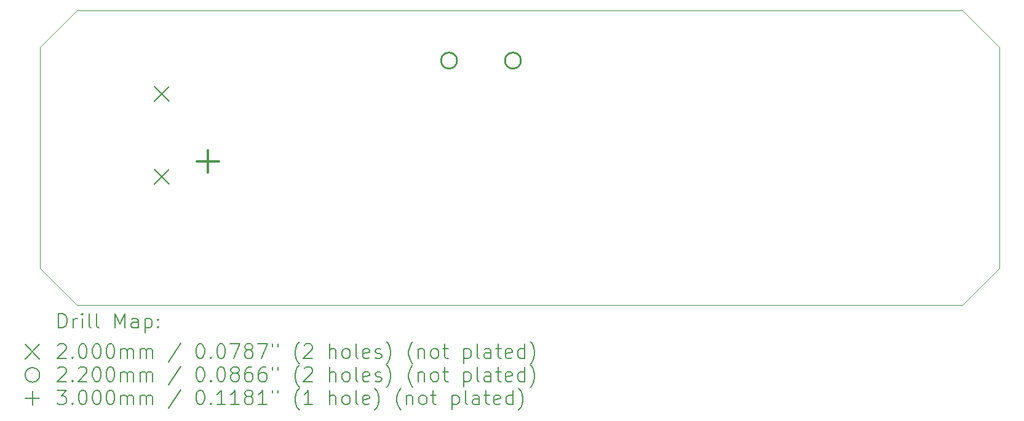
<source format=gbr>
%TF.GenerationSoftware,KiCad,Pcbnew,8.0.2*%
%TF.CreationDate,2024-08-20T22:37:47-04:00*%
%TF.ProjectId,plugnslay,706c7567-6e73-46c6-9179-2e6b69636164,rev?*%
%TF.SameCoordinates,Original*%
%TF.FileFunction,Drillmap*%
%TF.FilePolarity,Positive*%
%FSLAX45Y45*%
G04 Gerber Fmt 4.5, Leading zero omitted, Abs format (unit mm)*
G04 Created by KiCad (PCBNEW 8.0.2) date 2024-08-20 22:37:47*
%MOMM*%
%LPD*%
G01*
G04 APERTURE LIST*
%ADD10C,0.100000*%
%ADD11C,0.200000*%
%ADD12C,0.220000*%
%ADD13C,0.300000*%
G04 APERTURE END LIST*
D10*
X20066000Y-8382000D02*
X20574000Y-8890000D01*
X20574000Y-8890000D02*
X20574000Y-11938000D01*
X20574000Y-11938000D02*
X20066000Y-12446000D01*
X20066000Y-12446000D02*
X7874000Y-12446000D01*
X7874000Y-8382000D02*
X20066000Y-8382000D01*
X7874000Y-12446000D02*
X7366000Y-11938000D01*
X7366000Y-11938000D02*
X7366000Y-8890000D01*
X7366000Y-8890000D02*
X7874000Y-8382000D01*
D11*
X8942400Y-9434800D02*
X9142400Y-9634800D01*
X9142400Y-9434800D02*
X8942400Y-9634800D01*
X8942400Y-10577800D02*
X9142400Y-10777800D01*
X9142400Y-10577800D02*
X8942400Y-10777800D01*
D12*
X13106600Y-9074400D02*
G75*
G02*
X12886600Y-9074400I-110000J0D01*
G01*
X12886600Y-9074400D02*
G75*
G02*
X13106600Y-9074400I110000J0D01*
G01*
X13986600Y-9074400D02*
G75*
G02*
X13766600Y-9074400I-110000J0D01*
G01*
X13766600Y-9074400D02*
G75*
G02*
X13986600Y-9074400I110000J0D01*
G01*
D13*
X9677400Y-10314800D02*
X9677400Y-10614800D01*
X9527400Y-10464800D02*
X9827400Y-10464800D01*
D11*
X7621777Y-12762484D02*
X7621777Y-12562484D01*
X7621777Y-12562484D02*
X7669396Y-12562484D01*
X7669396Y-12562484D02*
X7697967Y-12572008D01*
X7697967Y-12572008D02*
X7717015Y-12591055D01*
X7717015Y-12591055D02*
X7726539Y-12610103D01*
X7726539Y-12610103D02*
X7736062Y-12648198D01*
X7736062Y-12648198D02*
X7736062Y-12676769D01*
X7736062Y-12676769D02*
X7726539Y-12714865D01*
X7726539Y-12714865D02*
X7717015Y-12733912D01*
X7717015Y-12733912D02*
X7697967Y-12752960D01*
X7697967Y-12752960D02*
X7669396Y-12762484D01*
X7669396Y-12762484D02*
X7621777Y-12762484D01*
X7821777Y-12762484D02*
X7821777Y-12629150D01*
X7821777Y-12667246D02*
X7831301Y-12648198D01*
X7831301Y-12648198D02*
X7840824Y-12638674D01*
X7840824Y-12638674D02*
X7859872Y-12629150D01*
X7859872Y-12629150D02*
X7878920Y-12629150D01*
X7945586Y-12762484D02*
X7945586Y-12629150D01*
X7945586Y-12562484D02*
X7936062Y-12572008D01*
X7936062Y-12572008D02*
X7945586Y-12581531D01*
X7945586Y-12581531D02*
X7955110Y-12572008D01*
X7955110Y-12572008D02*
X7945586Y-12562484D01*
X7945586Y-12562484D02*
X7945586Y-12581531D01*
X8069396Y-12762484D02*
X8050348Y-12752960D01*
X8050348Y-12752960D02*
X8040824Y-12733912D01*
X8040824Y-12733912D02*
X8040824Y-12562484D01*
X8174158Y-12762484D02*
X8155110Y-12752960D01*
X8155110Y-12752960D02*
X8145586Y-12733912D01*
X8145586Y-12733912D02*
X8145586Y-12562484D01*
X8402729Y-12762484D02*
X8402729Y-12562484D01*
X8402729Y-12562484D02*
X8469396Y-12705341D01*
X8469396Y-12705341D02*
X8536063Y-12562484D01*
X8536063Y-12562484D02*
X8536063Y-12762484D01*
X8717015Y-12762484D02*
X8717015Y-12657722D01*
X8717015Y-12657722D02*
X8707491Y-12638674D01*
X8707491Y-12638674D02*
X8688444Y-12629150D01*
X8688444Y-12629150D02*
X8650348Y-12629150D01*
X8650348Y-12629150D02*
X8631301Y-12638674D01*
X8717015Y-12752960D02*
X8697967Y-12762484D01*
X8697967Y-12762484D02*
X8650348Y-12762484D01*
X8650348Y-12762484D02*
X8631301Y-12752960D01*
X8631301Y-12752960D02*
X8621777Y-12733912D01*
X8621777Y-12733912D02*
X8621777Y-12714865D01*
X8621777Y-12714865D02*
X8631301Y-12695817D01*
X8631301Y-12695817D02*
X8650348Y-12686293D01*
X8650348Y-12686293D02*
X8697967Y-12686293D01*
X8697967Y-12686293D02*
X8717015Y-12676769D01*
X8812253Y-12629150D02*
X8812253Y-12829150D01*
X8812253Y-12638674D02*
X8831301Y-12629150D01*
X8831301Y-12629150D02*
X8869396Y-12629150D01*
X8869396Y-12629150D02*
X8888444Y-12638674D01*
X8888444Y-12638674D02*
X8897967Y-12648198D01*
X8897967Y-12648198D02*
X8907491Y-12667246D01*
X8907491Y-12667246D02*
X8907491Y-12724388D01*
X8907491Y-12724388D02*
X8897967Y-12743436D01*
X8897967Y-12743436D02*
X8888444Y-12752960D01*
X8888444Y-12752960D02*
X8869396Y-12762484D01*
X8869396Y-12762484D02*
X8831301Y-12762484D01*
X8831301Y-12762484D02*
X8812253Y-12752960D01*
X8993205Y-12743436D02*
X9002729Y-12752960D01*
X9002729Y-12752960D02*
X8993205Y-12762484D01*
X8993205Y-12762484D02*
X8983682Y-12752960D01*
X8983682Y-12752960D02*
X8993205Y-12743436D01*
X8993205Y-12743436D02*
X8993205Y-12762484D01*
X8993205Y-12638674D02*
X9002729Y-12648198D01*
X9002729Y-12648198D02*
X8993205Y-12657722D01*
X8993205Y-12657722D02*
X8983682Y-12648198D01*
X8983682Y-12648198D02*
X8993205Y-12638674D01*
X8993205Y-12638674D02*
X8993205Y-12657722D01*
X7161000Y-12991000D02*
X7361000Y-13191000D01*
X7361000Y-12991000D02*
X7161000Y-13191000D01*
X7612253Y-13001531D02*
X7621777Y-12992008D01*
X7621777Y-12992008D02*
X7640824Y-12982484D01*
X7640824Y-12982484D02*
X7688443Y-12982484D01*
X7688443Y-12982484D02*
X7707491Y-12992008D01*
X7707491Y-12992008D02*
X7717015Y-13001531D01*
X7717015Y-13001531D02*
X7726539Y-13020579D01*
X7726539Y-13020579D02*
X7726539Y-13039627D01*
X7726539Y-13039627D02*
X7717015Y-13068198D01*
X7717015Y-13068198D02*
X7602729Y-13182484D01*
X7602729Y-13182484D02*
X7726539Y-13182484D01*
X7812253Y-13163436D02*
X7821777Y-13172960D01*
X7821777Y-13172960D02*
X7812253Y-13182484D01*
X7812253Y-13182484D02*
X7802729Y-13172960D01*
X7802729Y-13172960D02*
X7812253Y-13163436D01*
X7812253Y-13163436D02*
X7812253Y-13182484D01*
X7945586Y-12982484D02*
X7964634Y-12982484D01*
X7964634Y-12982484D02*
X7983682Y-12992008D01*
X7983682Y-12992008D02*
X7993205Y-13001531D01*
X7993205Y-13001531D02*
X8002729Y-13020579D01*
X8002729Y-13020579D02*
X8012253Y-13058674D01*
X8012253Y-13058674D02*
X8012253Y-13106293D01*
X8012253Y-13106293D02*
X8002729Y-13144388D01*
X8002729Y-13144388D02*
X7993205Y-13163436D01*
X7993205Y-13163436D02*
X7983682Y-13172960D01*
X7983682Y-13172960D02*
X7964634Y-13182484D01*
X7964634Y-13182484D02*
X7945586Y-13182484D01*
X7945586Y-13182484D02*
X7926539Y-13172960D01*
X7926539Y-13172960D02*
X7917015Y-13163436D01*
X7917015Y-13163436D02*
X7907491Y-13144388D01*
X7907491Y-13144388D02*
X7897967Y-13106293D01*
X7897967Y-13106293D02*
X7897967Y-13058674D01*
X7897967Y-13058674D02*
X7907491Y-13020579D01*
X7907491Y-13020579D02*
X7917015Y-13001531D01*
X7917015Y-13001531D02*
X7926539Y-12992008D01*
X7926539Y-12992008D02*
X7945586Y-12982484D01*
X8136062Y-12982484D02*
X8155110Y-12982484D01*
X8155110Y-12982484D02*
X8174158Y-12992008D01*
X8174158Y-12992008D02*
X8183682Y-13001531D01*
X8183682Y-13001531D02*
X8193205Y-13020579D01*
X8193205Y-13020579D02*
X8202729Y-13058674D01*
X8202729Y-13058674D02*
X8202729Y-13106293D01*
X8202729Y-13106293D02*
X8193205Y-13144388D01*
X8193205Y-13144388D02*
X8183682Y-13163436D01*
X8183682Y-13163436D02*
X8174158Y-13172960D01*
X8174158Y-13172960D02*
X8155110Y-13182484D01*
X8155110Y-13182484D02*
X8136062Y-13182484D01*
X8136062Y-13182484D02*
X8117015Y-13172960D01*
X8117015Y-13172960D02*
X8107491Y-13163436D01*
X8107491Y-13163436D02*
X8097967Y-13144388D01*
X8097967Y-13144388D02*
X8088443Y-13106293D01*
X8088443Y-13106293D02*
X8088443Y-13058674D01*
X8088443Y-13058674D02*
X8097967Y-13020579D01*
X8097967Y-13020579D02*
X8107491Y-13001531D01*
X8107491Y-13001531D02*
X8117015Y-12992008D01*
X8117015Y-12992008D02*
X8136062Y-12982484D01*
X8326539Y-12982484D02*
X8345586Y-12982484D01*
X8345586Y-12982484D02*
X8364634Y-12992008D01*
X8364634Y-12992008D02*
X8374158Y-13001531D01*
X8374158Y-13001531D02*
X8383682Y-13020579D01*
X8383682Y-13020579D02*
X8393205Y-13058674D01*
X8393205Y-13058674D02*
X8393205Y-13106293D01*
X8393205Y-13106293D02*
X8383682Y-13144388D01*
X8383682Y-13144388D02*
X8374158Y-13163436D01*
X8374158Y-13163436D02*
X8364634Y-13172960D01*
X8364634Y-13172960D02*
X8345586Y-13182484D01*
X8345586Y-13182484D02*
X8326539Y-13182484D01*
X8326539Y-13182484D02*
X8307491Y-13172960D01*
X8307491Y-13172960D02*
X8297967Y-13163436D01*
X8297967Y-13163436D02*
X8288443Y-13144388D01*
X8288443Y-13144388D02*
X8278920Y-13106293D01*
X8278920Y-13106293D02*
X8278920Y-13058674D01*
X8278920Y-13058674D02*
X8288443Y-13020579D01*
X8288443Y-13020579D02*
X8297967Y-13001531D01*
X8297967Y-13001531D02*
X8307491Y-12992008D01*
X8307491Y-12992008D02*
X8326539Y-12982484D01*
X8478920Y-13182484D02*
X8478920Y-13049150D01*
X8478920Y-13068198D02*
X8488444Y-13058674D01*
X8488444Y-13058674D02*
X8507491Y-13049150D01*
X8507491Y-13049150D02*
X8536063Y-13049150D01*
X8536063Y-13049150D02*
X8555110Y-13058674D01*
X8555110Y-13058674D02*
X8564634Y-13077722D01*
X8564634Y-13077722D02*
X8564634Y-13182484D01*
X8564634Y-13077722D02*
X8574158Y-13058674D01*
X8574158Y-13058674D02*
X8593205Y-13049150D01*
X8593205Y-13049150D02*
X8621777Y-13049150D01*
X8621777Y-13049150D02*
X8640825Y-13058674D01*
X8640825Y-13058674D02*
X8650348Y-13077722D01*
X8650348Y-13077722D02*
X8650348Y-13182484D01*
X8745586Y-13182484D02*
X8745586Y-13049150D01*
X8745586Y-13068198D02*
X8755110Y-13058674D01*
X8755110Y-13058674D02*
X8774158Y-13049150D01*
X8774158Y-13049150D02*
X8802729Y-13049150D01*
X8802729Y-13049150D02*
X8821777Y-13058674D01*
X8821777Y-13058674D02*
X8831301Y-13077722D01*
X8831301Y-13077722D02*
X8831301Y-13182484D01*
X8831301Y-13077722D02*
X8840825Y-13058674D01*
X8840825Y-13058674D02*
X8859872Y-13049150D01*
X8859872Y-13049150D02*
X8888444Y-13049150D01*
X8888444Y-13049150D02*
X8907491Y-13058674D01*
X8907491Y-13058674D02*
X8917015Y-13077722D01*
X8917015Y-13077722D02*
X8917015Y-13182484D01*
X9307491Y-12972960D02*
X9136063Y-13230103D01*
X9564634Y-12982484D02*
X9583682Y-12982484D01*
X9583682Y-12982484D02*
X9602729Y-12992008D01*
X9602729Y-12992008D02*
X9612253Y-13001531D01*
X9612253Y-13001531D02*
X9621777Y-13020579D01*
X9621777Y-13020579D02*
X9631301Y-13058674D01*
X9631301Y-13058674D02*
X9631301Y-13106293D01*
X9631301Y-13106293D02*
X9621777Y-13144388D01*
X9621777Y-13144388D02*
X9612253Y-13163436D01*
X9612253Y-13163436D02*
X9602729Y-13172960D01*
X9602729Y-13172960D02*
X9583682Y-13182484D01*
X9583682Y-13182484D02*
X9564634Y-13182484D01*
X9564634Y-13182484D02*
X9545587Y-13172960D01*
X9545587Y-13172960D02*
X9536063Y-13163436D01*
X9536063Y-13163436D02*
X9526539Y-13144388D01*
X9526539Y-13144388D02*
X9517015Y-13106293D01*
X9517015Y-13106293D02*
X9517015Y-13058674D01*
X9517015Y-13058674D02*
X9526539Y-13020579D01*
X9526539Y-13020579D02*
X9536063Y-13001531D01*
X9536063Y-13001531D02*
X9545587Y-12992008D01*
X9545587Y-12992008D02*
X9564634Y-12982484D01*
X9717015Y-13163436D02*
X9726539Y-13172960D01*
X9726539Y-13172960D02*
X9717015Y-13182484D01*
X9717015Y-13182484D02*
X9707491Y-13172960D01*
X9707491Y-13172960D02*
X9717015Y-13163436D01*
X9717015Y-13163436D02*
X9717015Y-13182484D01*
X9850348Y-12982484D02*
X9869396Y-12982484D01*
X9869396Y-12982484D02*
X9888444Y-12992008D01*
X9888444Y-12992008D02*
X9897968Y-13001531D01*
X9897968Y-13001531D02*
X9907491Y-13020579D01*
X9907491Y-13020579D02*
X9917015Y-13058674D01*
X9917015Y-13058674D02*
X9917015Y-13106293D01*
X9917015Y-13106293D02*
X9907491Y-13144388D01*
X9907491Y-13144388D02*
X9897968Y-13163436D01*
X9897968Y-13163436D02*
X9888444Y-13172960D01*
X9888444Y-13172960D02*
X9869396Y-13182484D01*
X9869396Y-13182484D02*
X9850348Y-13182484D01*
X9850348Y-13182484D02*
X9831301Y-13172960D01*
X9831301Y-13172960D02*
X9821777Y-13163436D01*
X9821777Y-13163436D02*
X9812253Y-13144388D01*
X9812253Y-13144388D02*
X9802729Y-13106293D01*
X9802729Y-13106293D02*
X9802729Y-13058674D01*
X9802729Y-13058674D02*
X9812253Y-13020579D01*
X9812253Y-13020579D02*
X9821777Y-13001531D01*
X9821777Y-13001531D02*
X9831301Y-12992008D01*
X9831301Y-12992008D02*
X9850348Y-12982484D01*
X9983682Y-12982484D02*
X10117015Y-12982484D01*
X10117015Y-12982484D02*
X10031301Y-13182484D01*
X10221777Y-13068198D02*
X10202729Y-13058674D01*
X10202729Y-13058674D02*
X10193206Y-13049150D01*
X10193206Y-13049150D02*
X10183682Y-13030103D01*
X10183682Y-13030103D02*
X10183682Y-13020579D01*
X10183682Y-13020579D02*
X10193206Y-13001531D01*
X10193206Y-13001531D02*
X10202729Y-12992008D01*
X10202729Y-12992008D02*
X10221777Y-12982484D01*
X10221777Y-12982484D02*
X10259872Y-12982484D01*
X10259872Y-12982484D02*
X10278920Y-12992008D01*
X10278920Y-12992008D02*
X10288444Y-13001531D01*
X10288444Y-13001531D02*
X10297968Y-13020579D01*
X10297968Y-13020579D02*
X10297968Y-13030103D01*
X10297968Y-13030103D02*
X10288444Y-13049150D01*
X10288444Y-13049150D02*
X10278920Y-13058674D01*
X10278920Y-13058674D02*
X10259872Y-13068198D01*
X10259872Y-13068198D02*
X10221777Y-13068198D01*
X10221777Y-13068198D02*
X10202729Y-13077722D01*
X10202729Y-13077722D02*
X10193206Y-13087246D01*
X10193206Y-13087246D02*
X10183682Y-13106293D01*
X10183682Y-13106293D02*
X10183682Y-13144388D01*
X10183682Y-13144388D02*
X10193206Y-13163436D01*
X10193206Y-13163436D02*
X10202729Y-13172960D01*
X10202729Y-13172960D02*
X10221777Y-13182484D01*
X10221777Y-13182484D02*
X10259872Y-13182484D01*
X10259872Y-13182484D02*
X10278920Y-13172960D01*
X10278920Y-13172960D02*
X10288444Y-13163436D01*
X10288444Y-13163436D02*
X10297968Y-13144388D01*
X10297968Y-13144388D02*
X10297968Y-13106293D01*
X10297968Y-13106293D02*
X10288444Y-13087246D01*
X10288444Y-13087246D02*
X10278920Y-13077722D01*
X10278920Y-13077722D02*
X10259872Y-13068198D01*
X10364634Y-12982484D02*
X10497968Y-12982484D01*
X10497968Y-12982484D02*
X10412253Y-13182484D01*
X10564634Y-12982484D02*
X10564634Y-13020579D01*
X10640825Y-12982484D02*
X10640825Y-13020579D01*
X10936063Y-13258674D02*
X10926539Y-13249150D01*
X10926539Y-13249150D02*
X10907491Y-13220579D01*
X10907491Y-13220579D02*
X10897968Y-13201531D01*
X10897968Y-13201531D02*
X10888444Y-13172960D01*
X10888444Y-13172960D02*
X10878920Y-13125341D01*
X10878920Y-13125341D02*
X10878920Y-13087246D01*
X10878920Y-13087246D02*
X10888444Y-13039627D01*
X10888444Y-13039627D02*
X10897968Y-13011055D01*
X10897968Y-13011055D02*
X10907491Y-12992008D01*
X10907491Y-12992008D02*
X10926539Y-12963436D01*
X10926539Y-12963436D02*
X10936063Y-12953912D01*
X11002730Y-13001531D02*
X11012253Y-12992008D01*
X11012253Y-12992008D02*
X11031301Y-12982484D01*
X11031301Y-12982484D02*
X11078920Y-12982484D01*
X11078920Y-12982484D02*
X11097968Y-12992008D01*
X11097968Y-12992008D02*
X11107491Y-13001531D01*
X11107491Y-13001531D02*
X11117015Y-13020579D01*
X11117015Y-13020579D02*
X11117015Y-13039627D01*
X11117015Y-13039627D02*
X11107491Y-13068198D01*
X11107491Y-13068198D02*
X10993206Y-13182484D01*
X10993206Y-13182484D02*
X11117015Y-13182484D01*
X11355110Y-13182484D02*
X11355110Y-12982484D01*
X11440825Y-13182484D02*
X11440825Y-13077722D01*
X11440825Y-13077722D02*
X11431301Y-13058674D01*
X11431301Y-13058674D02*
X11412253Y-13049150D01*
X11412253Y-13049150D02*
X11383682Y-13049150D01*
X11383682Y-13049150D02*
X11364634Y-13058674D01*
X11364634Y-13058674D02*
X11355110Y-13068198D01*
X11564634Y-13182484D02*
X11545587Y-13172960D01*
X11545587Y-13172960D02*
X11536063Y-13163436D01*
X11536063Y-13163436D02*
X11526539Y-13144388D01*
X11526539Y-13144388D02*
X11526539Y-13087246D01*
X11526539Y-13087246D02*
X11536063Y-13068198D01*
X11536063Y-13068198D02*
X11545587Y-13058674D01*
X11545587Y-13058674D02*
X11564634Y-13049150D01*
X11564634Y-13049150D02*
X11593206Y-13049150D01*
X11593206Y-13049150D02*
X11612253Y-13058674D01*
X11612253Y-13058674D02*
X11621777Y-13068198D01*
X11621777Y-13068198D02*
X11631301Y-13087246D01*
X11631301Y-13087246D02*
X11631301Y-13144388D01*
X11631301Y-13144388D02*
X11621777Y-13163436D01*
X11621777Y-13163436D02*
X11612253Y-13172960D01*
X11612253Y-13172960D02*
X11593206Y-13182484D01*
X11593206Y-13182484D02*
X11564634Y-13182484D01*
X11745587Y-13182484D02*
X11726539Y-13172960D01*
X11726539Y-13172960D02*
X11717015Y-13153912D01*
X11717015Y-13153912D02*
X11717015Y-12982484D01*
X11897968Y-13172960D02*
X11878920Y-13182484D01*
X11878920Y-13182484D02*
X11840825Y-13182484D01*
X11840825Y-13182484D02*
X11821777Y-13172960D01*
X11821777Y-13172960D02*
X11812253Y-13153912D01*
X11812253Y-13153912D02*
X11812253Y-13077722D01*
X11812253Y-13077722D02*
X11821777Y-13058674D01*
X11821777Y-13058674D02*
X11840825Y-13049150D01*
X11840825Y-13049150D02*
X11878920Y-13049150D01*
X11878920Y-13049150D02*
X11897968Y-13058674D01*
X11897968Y-13058674D02*
X11907491Y-13077722D01*
X11907491Y-13077722D02*
X11907491Y-13096769D01*
X11907491Y-13096769D02*
X11812253Y-13115817D01*
X11983682Y-13172960D02*
X12002730Y-13182484D01*
X12002730Y-13182484D02*
X12040825Y-13182484D01*
X12040825Y-13182484D02*
X12059872Y-13172960D01*
X12059872Y-13172960D02*
X12069396Y-13153912D01*
X12069396Y-13153912D02*
X12069396Y-13144388D01*
X12069396Y-13144388D02*
X12059872Y-13125341D01*
X12059872Y-13125341D02*
X12040825Y-13115817D01*
X12040825Y-13115817D02*
X12012253Y-13115817D01*
X12012253Y-13115817D02*
X11993206Y-13106293D01*
X11993206Y-13106293D02*
X11983682Y-13087246D01*
X11983682Y-13087246D02*
X11983682Y-13077722D01*
X11983682Y-13077722D02*
X11993206Y-13058674D01*
X11993206Y-13058674D02*
X12012253Y-13049150D01*
X12012253Y-13049150D02*
X12040825Y-13049150D01*
X12040825Y-13049150D02*
X12059872Y-13058674D01*
X12136063Y-13258674D02*
X12145587Y-13249150D01*
X12145587Y-13249150D02*
X12164634Y-13220579D01*
X12164634Y-13220579D02*
X12174158Y-13201531D01*
X12174158Y-13201531D02*
X12183682Y-13172960D01*
X12183682Y-13172960D02*
X12193206Y-13125341D01*
X12193206Y-13125341D02*
X12193206Y-13087246D01*
X12193206Y-13087246D02*
X12183682Y-13039627D01*
X12183682Y-13039627D02*
X12174158Y-13011055D01*
X12174158Y-13011055D02*
X12164634Y-12992008D01*
X12164634Y-12992008D02*
X12145587Y-12963436D01*
X12145587Y-12963436D02*
X12136063Y-12953912D01*
X12497968Y-13258674D02*
X12488444Y-13249150D01*
X12488444Y-13249150D02*
X12469396Y-13220579D01*
X12469396Y-13220579D02*
X12459872Y-13201531D01*
X12459872Y-13201531D02*
X12450349Y-13172960D01*
X12450349Y-13172960D02*
X12440825Y-13125341D01*
X12440825Y-13125341D02*
X12440825Y-13087246D01*
X12440825Y-13087246D02*
X12450349Y-13039627D01*
X12450349Y-13039627D02*
X12459872Y-13011055D01*
X12459872Y-13011055D02*
X12469396Y-12992008D01*
X12469396Y-12992008D02*
X12488444Y-12963436D01*
X12488444Y-12963436D02*
X12497968Y-12953912D01*
X12574158Y-13049150D02*
X12574158Y-13182484D01*
X12574158Y-13068198D02*
X12583682Y-13058674D01*
X12583682Y-13058674D02*
X12602730Y-13049150D01*
X12602730Y-13049150D02*
X12631301Y-13049150D01*
X12631301Y-13049150D02*
X12650349Y-13058674D01*
X12650349Y-13058674D02*
X12659872Y-13077722D01*
X12659872Y-13077722D02*
X12659872Y-13182484D01*
X12783682Y-13182484D02*
X12764634Y-13172960D01*
X12764634Y-13172960D02*
X12755111Y-13163436D01*
X12755111Y-13163436D02*
X12745587Y-13144388D01*
X12745587Y-13144388D02*
X12745587Y-13087246D01*
X12745587Y-13087246D02*
X12755111Y-13068198D01*
X12755111Y-13068198D02*
X12764634Y-13058674D01*
X12764634Y-13058674D02*
X12783682Y-13049150D01*
X12783682Y-13049150D02*
X12812253Y-13049150D01*
X12812253Y-13049150D02*
X12831301Y-13058674D01*
X12831301Y-13058674D02*
X12840825Y-13068198D01*
X12840825Y-13068198D02*
X12850349Y-13087246D01*
X12850349Y-13087246D02*
X12850349Y-13144388D01*
X12850349Y-13144388D02*
X12840825Y-13163436D01*
X12840825Y-13163436D02*
X12831301Y-13172960D01*
X12831301Y-13172960D02*
X12812253Y-13182484D01*
X12812253Y-13182484D02*
X12783682Y-13182484D01*
X12907492Y-13049150D02*
X12983682Y-13049150D01*
X12936063Y-12982484D02*
X12936063Y-13153912D01*
X12936063Y-13153912D02*
X12945587Y-13172960D01*
X12945587Y-13172960D02*
X12964634Y-13182484D01*
X12964634Y-13182484D02*
X12983682Y-13182484D01*
X13202730Y-13049150D02*
X13202730Y-13249150D01*
X13202730Y-13058674D02*
X13221777Y-13049150D01*
X13221777Y-13049150D02*
X13259873Y-13049150D01*
X13259873Y-13049150D02*
X13278920Y-13058674D01*
X13278920Y-13058674D02*
X13288444Y-13068198D01*
X13288444Y-13068198D02*
X13297968Y-13087246D01*
X13297968Y-13087246D02*
X13297968Y-13144388D01*
X13297968Y-13144388D02*
X13288444Y-13163436D01*
X13288444Y-13163436D02*
X13278920Y-13172960D01*
X13278920Y-13172960D02*
X13259873Y-13182484D01*
X13259873Y-13182484D02*
X13221777Y-13182484D01*
X13221777Y-13182484D02*
X13202730Y-13172960D01*
X13412253Y-13182484D02*
X13393206Y-13172960D01*
X13393206Y-13172960D02*
X13383682Y-13153912D01*
X13383682Y-13153912D02*
X13383682Y-12982484D01*
X13574158Y-13182484D02*
X13574158Y-13077722D01*
X13574158Y-13077722D02*
X13564634Y-13058674D01*
X13564634Y-13058674D02*
X13545587Y-13049150D01*
X13545587Y-13049150D02*
X13507492Y-13049150D01*
X13507492Y-13049150D02*
X13488444Y-13058674D01*
X13574158Y-13172960D02*
X13555111Y-13182484D01*
X13555111Y-13182484D02*
X13507492Y-13182484D01*
X13507492Y-13182484D02*
X13488444Y-13172960D01*
X13488444Y-13172960D02*
X13478920Y-13153912D01*
X13478920Y-13153912D02*
X13478920Y-13134865D01*
X13478920Y-13134865D02*
X13488444Y-13115817D01*
X13488444Y-13115817D02*
X13507492Y-13106293D01*
X13507492Y-13106293D02*
X13555111Y-13106293D01*
X13555111Y-13106293D02*
X13574158Y-13096769D01*
X13640825Y-13049150D02*
X13717015Y-13049150D01*
X13669396Y-12982484D02*
X13669396Y-13153912D01*
X13669396Y-13153912D02*
X13678920Y-13172960D01*
X13678920Y-13172960D02*
X13697968Y-13182484D01*
X13697968Y-13182484D02*
X13717015Y-13182484D01*
X13859873Y-13172960D02*
X13840825Y-13182484D01*
X13840825Y-13182484D02*
X13802730Y-13182484D01*
X13802730Y-13182484D02*
X13783682Y-13172960D01*
X13783682Y-13172960D02*
X13774158Y-13153912D01*
X13774158Y-13153912D02*
X13774158Y-13077722D01*
X13774158Y-13077722D02*
X13783682Y-13058674D01*
X13783682Y-13058674D02*
X13802730Y-13049150D01*
X13802730Y-13049150D02*
X13840825Y-13049150D01*
X13840825Y-13049150D02*
X13859873Y-13058674D01*
X13859873Y-13058674D02*
X13869396Y-13077722D01*
X13869396Y-13077722D02*
X13869396Y-13096769D01*
X13869396Y-13096769D02*
X13774158Y-13115817D01*
X14040825Y-13182484D02*
X14040825Y-12982484D01*
X14040825Y-13172960D02*
X14021777Y-13182484D01*
X14021777Y-13182484D02*
X13983682Y-13182484D01*
X13983682Y-13182484D02*
X13964634Y-13172960D01*
X13964634Y-13172960D02*
X13955111Y-13163436D01*
X13955111Y-13163436D02*
X13945587Y-13144388D01*
X13945587Y-13144388D02*
X13945587Y-13087246D01*
X13945587Y-13087246D02*
X13955111Y-13068198D01*
X13955111Y-13068198D02*
X13964634Y-13058674D01*
X13964634Y-13058674D02*
X13983682Y-13049150D01*
X13983682Y-13049150D02*
X14021777Y-13049150D01*
X14021777Y-13049150D02*
X14040825Y-13058674D01*
X14117015Y-13258674D02*
X14126539Y-13249150D01*
X14126539Y-13249150D02*
X14145587Y-13220579D01*
X14145587Y-13220579D02*
X14155111Y-13201531D01*
X14155111Y-13201531D02*
X14164634Y-13172960D01*
X14164634Y-13172960D02*
X14174158Y-13125341D01*
X14174158Y-13125341D02*
X14174158Y-13087246D01*
X14174158Y-13087246D02*
X14164634Y-13039627D01*
X14164634Y-13039627D02*
X14155111Y-13011055D01*
X14155111Y-13011055D02*
X14145587Y-12992008D01*
X14145587Y-12992008D02*
X14126539Y-12963436D01*
X14126539Y-12963436D02*
X14117015Y-12953912D01*
X7361000Y-13411000D02*
G75*
G02*
X7161000Y-13411000I-100000J0D01*
G01*
X7161000Y-13411000D02*
G75*
G02*
X7361000Y-13411000I100000J0D01*
G01*
X7612253Y-13321531D02*
X7621777Y-13312008D01*
X7621777Y-13312008D02*
X7640824Y-13302484D01*
X7640824Y-13302484D02*
X7688443Y-13302484D01*
X7688443Y-13302484D02*
X7707491Y-13312008D01*
X7707491Y-13312008D02*
X7717015Y-13321531D01*
X7717015Y-13321531D02*
X7726539Y-13340579D01*
X7726539Y-13340579D02*
X7726539Y-13359627D01*
X7726539Y-13359627D02*
X7717015Y-13388198D01*
X7717015Y-13388198D02*
X7602729Y-13502484D01*
X7602729Y-13502484D02*
X7726539Y-13502484D01*
X7812253Y-13483436D02*
X7821777Y-13492960D01*
X7821777Y-13492960D02*
X7812253Y-13502484D01*
X7812253Y-13502484D02*
X7802729Y-13492960D01*
X7802729Y-13492960D02*
X7812253Y-13483436D01*
X7812253Y-13483436D02*
X7812253Y-13502484D01*
X7897967Y-13321531D02*
X7907491Y-13312008D01*
X7907491Y-13312008D02*
X7926539Y-13302484D01*
X7926539Y-13302484D02*
X7974158Y-13302484D01*
X7974158Y-13302484D02*
X7993205Y-13312008D01*
X7993205Y-13312008D02*
X8002729Y-13321531D01*
X8002729Y-13321531D02*
X8012253Y-13340579D01*
X8012253Y-13340579D02*
X8012253Y-13359627D01*
X8012253Y-13359627D02*
X8002729Y-13388198D01*
X8002729Y-13388198D02*
X7888443Y-13502484D01*
X7888443Y-13502484D02*
X8012253Y-13502484D01*
X8136062Y-13302484D02*
X8155110Y-13302484D01*
X8155110Y-13302484D02*
X8174158Y-13312008D01*
X8174158Y-13312008D02*
X8183682Y-13321531D01*
X8183682Y-13321531D02*
X8193205Y-13340579D01*
X8193205Y-13340579D02*
X8202729Y-13378674D01*
X8202729Y-13378674D02*
X8202729Y-13426293D01*
X8202729Y-13426293D02*
X8193205Y-13464388D01*
X8193205Y-13464388D02*
X8183682Y-13483436D01*
X8183682Y-13483436D02*
X8174158Y-13492960D01*
X8174158Y-13492960D02*
X8155110Y-13502484D01*
X8155110Y-13502484D02*
X8136062Y-13502484D01*
X8136062Y-13502484D02*
X8117015Y-13492960D01*
X8117015Y-13492960D02*
X8107491Y-13483436D01*
X8107491Y-13483436D02*
X8097967Y-13464388D01*
X8097967Y-13464388D02*
X8088443Y-13426293D01*
X8088443Y-13426293D02*
X8088443Y-13378674D01*
X8088443Y-13378674D02*
X8097967Y-13340579D01*
X8097967Y-13340579D02*
X8107491Y-13321531D01*
X8107491Y-13321531D02*
X8117015Y-13312008D01*
X8117015Y-13312008D02*
X8136062Y-13302484D01*
X8326539Y-13302484D02*
X8345586Y-13302484D01*
X8345586Y-13302484D02*
X8364634Y-13312008D01*
X8364634Y-13312008D02*
X8374158Y-13321531D01*
X8374158Y-13321531D02*
X8383682Y-13340579D01*
X8383682Y-13340579D02*
X8393205Y-13378674D01*
X8393205Y-13378674D02*
X8393205Y-13426293D01*
X8393205Y-13426293D02*
X8383682Y-13464388D01*
X8383682Y-13464388D02*
X8374158Y-13483436D01*
X8374158Y-13483436D02*
X8364634Y-13492960D01*
X8364634Y-13492960D02*
X8345586Y-13502484D01*
X8345586Y-13502484D02*
X8326539Y-13502484D01*
X8326539Y-13502484D02*
X8307491Y-13492960D01*
X8307491Y-13492960D02*
X8297967Y-13483436D01*
X8297967Y-13483436D02*
X8288443Y-13464388D01*
X8288443Y-13464388D02*
X8278920Y-13426293D01*
X8278920Y-13426293D02*
X8278920Y-13378674D01*
X8278920Y-13378674D02*
X8288443Y-13340579D01*
X8288443Y-13340579D02*
X8297967Y-13321531D01*
X8297967Y-13321531D02*
X8307491Y-13312008D01*
X8307491Y-13312008D02*
X8326539Y-13302484D01*
X8478920Y-13502484D02*
X8478920Y-13369150D01*
X8478920Y-13388198D02*
X8488444Y-13378674D01*
X8488444Y-13378674D02*
X8507491Y-13369150D01*
X8507491Y-13369150D02*
X8536063Y-13369150D01*
X8536063Y-13369150D02*
X8555110Y-13378674D01*
X8555110Y-13378674D02*
X8564634Y-13397722D01*
X8564634Y-13397722D02*
X8564634Y-13502484D01*
X8564634Y-13397722D02*
X8574158Y-13378674D01*
X8574158Y-13378674D02*
X8593205Y-13369150D01*
X8593205Y-13369150D02*
X8621777Y-13369150D01*
X8621777Y-13369150D02*
X8640825Y-13378674D01*
X8640825Y-13378674D02*
X8650348Y-13397722D01*
X8650348Y-13397722D02*
X8650348Y-13502484D01*
X8745586Y-13502484D02*
X8745586Y-13369150D01*
X8745586Y-13388198D02*
X8755110Y-13378674D01*
X8755110Y-13378674D02*
X8774158Y-13369150D01*
X8774158Y-13369150D02*
X8802729Y-13369150D01*
X8802729Y-13369150D02*
X8821777Y-13378674D01*
X8821777Y-13378674D02*
X8831301Y-13397722D01*
X8831301Y-13397722D02*
X8831301Y-13502484D01*
X8831301Y-13397722D02*
X8840825Y-13378674D01*
X8840825Y-13378674D02*
X8859872Y-13369150D01*
X8859872Y-13369150D02*
X8888444Y-13369150D01*
X8888444Y-13369150D02*
X8907491Y-13378674D01*
X8907491Y-13378674D02*
X8917015Y-13397722D01*
X8917015Y-13397722D02*
X8917015Y-13502484D01*
X9307491Y-13292960D02*
X9136063Y-13550103D01*
X9564634Y-13302484D02*
X9583682Y-13302484D01*
X9583682Y-13302484D02*
X9602729Y-13312008D01*
X9602729Y-13312008D02*
X9612253Y-13321531D01*
X9612253Y-13321531D02*
X9621777Y-13340579D01*
X9621777Y-13340579D02*
X9631301Y-13378674D01*
X9631301Y-13378674D02*
X9631301Y-13426293D01*
X9631301Y-13426293D02*
X9621777Y-13464388D01*
X9621777Y-13464388D02*
X9612253Y-13483436D01*
X9612253Y-13483436D02*
X9602729Y-13492960D01*
X9602729Y-13492960D02*
X9583682Y-13502484D01*
X9583682Y-13502484D02*
X9564634Y-13502484D01*
X9564634Y-13502484D02*
X9545587Y-13492960D01*
X9545587Y-13492960D02*
X9536063Y-13483436D01*
X9536063Y-13483436D02*
X9526539Y-13464388D01*
X9526539Y-13464388D02*
X9517015Y-13426293D01*
X9517015Y-13426293D02*
X9517015Y-13378674D01*
X9517015Y-13378674D02*
X9526539Y-13340579D01*
X9526539Y-13340579D02*
X9536063Y-13321531D01*
X9536063Y-13321531D02*
X9545587Y-13312008D01*
X9545587Y-13312008D02*
X9564634Y-13302484D01*
X9717015Y-13483436D02*
X9726539Y-13492960D01*
X9726539Y-13492960D02*
X9717015Y-13502484D01*
X9717015Y-13502484D02*
X9707491Y-13492960D01*
X9707491Y-13492960D02*
X9717015Y-13483436D01*
X9717015Y-13483436D02*
X9717015Y-13502484D01*
X9850348Y-13302484D02*
X9869396Y-13302484D01*
X9869396Y-13302484D02*
X9888444Y-13312008D01*
X9888444Y-13312008D02*
X9897968Y-13321531D01*
X9897968Y-13321531D02*
X9907491Y-13340579D01*
X9907491Y-13340579D02*
X9917015Y-13378674D01*
X9917015Y-13378674D02*
X9917015Y-13426293D01*
X9917015Y-13426293D02*
X9907491Y-13464388D01*
X9907491Y-13464388D02*
X9897968Y-13483436D01*
X9897968Y-13483436D02*
X9888444Y-13492960D01*
X9888444Y-13492960D02*
X9869396Y-13502484D01*
X9869396Y-13502484D02*
X9850348Y-13502484D01*
X9850348Y-13502484D02*
X9831301Y-13492960D01*
X9831301Y-13492960D02*
X9821777Y-13483436D01*
X9821777Y-13483436D02*
X9812253Y-13464388D01*
X9812253Y-13464388D02*
X9802729Y-13426293D01*
X9802729Y-13426293D02*
X9802729Y-13378674D01*
X9802729Y-13378674D02*
X9812253Y-13340579D01*
X9812253Y-13340579D02*
X9821777Y-13321531D01*
X9821777Y-13321531D02*
X9831301Y-13312008D01*
X9831301Y-13312008D02*
X9850348Y-13302484D01*
X10031301Y-13388198D02*
X10012253Y-13378674D01*
X10012253Y-13378674D02*
X10002729Y-13369150D01*
X10002729Y-13369150D02*
X9993206Y-13350103D01*
X9993206Y-13350103D02*
X9993206Y-13340579D01*
X9993206Y-13340579D02*
X10002729Y-13321531D01*
X10002729Y-13321531D02*
X10012253Y-13312008D01*
X10012253Y-13312008D02*
X10031301Y-13302484D01*
X10031301Y-13302484D02*
X10069396Y-13302484D01*
X10069396Y-13302484D02*
X10088444Y-13312008D01*
X10088444Y-13312008D02*
X10097968Y-13321531D01*
X10097968Y-13321531D02*
X10107491Y-13340579D01*
X10107491Y-13340579D02*
X10107491Y-13350103D01*
X10107491Y-13350103D02*
X10097968Y-13369150D01*
X10097968Y-13369150D02*
X10088444Y-13378674D01*
X10088444Y-13378674D02*
X10069396Y-13388198D01*
X10069396Y-13388198D02*
X10031301Y-13388198D01*
X10031301Y-13388198D02*
X10012253Y-13397722D01*
X10012253Y-13397722D02*
X10002729Y-13407246D01*
X10002729Y-13407246D02*
X9993206Y-13426293D01*
X9993206Y-13426293D02*
X9993206Y-13464388D01*
X9993206Y-13464388D02*
X10002729Y-13483436D01*
X10002729Y-13483436D02*
X10012253Y-13492960D01*
X10012253Y-13492960D02*
X10031301Y-13502484D01*
X10031301Y-13502484D02*
X10069396Y-13502484D01*
X10069396Y-13502484D02*
X10088444Y-13492960D01*
X10088444Y-13492960D02*
X10097968Y-13483436D01*
X10097968Y-13483436D02*
X10107491Y-13464388D01*
X10107491Y-13464388D02*
X10107491Y-13426293D01*
X10107491Y-13426293D02*
X10097968Y-13407246D01*
X10097968Y-13407246D02*
X10088444Y-13397722D01*
X10088444Y-13397722D02*
X10069396Y-13388198D01*
X10278920Y-13302484D02*
X10240825Y-13302484D01*
X10240825Y-13302484D02*
X10221777Y-13312008D01*
X10221777Y-13312008D02*
X10212253Y-13321531D01*
X10212253Y-13321531D02*
X10193206Y-13350103D01*
X10193206Y-13350103D02*
X10183682Y-13388198D01*
X10183682Y-13388198D02*
X10183682Y-13464388D01*
X10183682Y-13464388D02*
X10193206Y-13483436D01*
X10193206Y-13483436D02*
X10202729Y-13492960D01*
X10202729Y-13492960D02*
X10221777Y-13502484D01*
X10221777Y-13502484D02*
X10259872Y-13502484D01*
X10259872Y-13502484D02*
X10278920Y-13492960D01*
X10278920Y-13492960D02*
X10288444Y-13483436D01*
X10288444Y-13483436D02*
X10297968Y-13464388D01*
X10297968Y-13464388D02*
X10297968Y-13416769D01*
X10297968Y-13416769D02*
X10288444Y-13397722D01*
X10288444Y-13397722D02*
X10278920Y-13388198D01*
X10278920Y-13388198D02*
X10259872Y-13378674D01*
X10259872Y-13378674D02*
X10221777Y-13378674D01*
X10221777Y-13378674D02*
X10202729Y-13388198D01*
X10202729Y-13388198D02*
X10193206Y-13397722D01*
X10193206Y-13397722D02*
X10183682Y-13416769D01*
X10469396Y-13302484D02*
X10431301Y-13302484D01*
X10431301Y-13302484D02*
X10412253Y-13312008D01*
X10412253Y-13312008D02*
X10402729Y-13321531D01*
X10402729Y-13321531D02*
X10383682Y-13350103D01*
X10383682Y-13350103D02*
X10374158Y-13388198D01*
X10374158Y-13388198D02*
X10374158Y-13464388D01*
X10374158Y-13464388D02*
X10383682Y-13483436D01*
X10383682Y-13483436D02*
X10393206Y-13492960D01*
X10393206Y-13492960D02*
X10412253Y-13502484D01*
X10412253Y-13502484D02*
X10450349Y-13502484D01*
X10450349Y-13502484D02*
X10469396Y-13492960D01*
X10469396Y-13492960D02*
X10478920Y-13483436D01*
X10478920Y-13483436D02*
X10488444Y-13464388D01*
X10488444Y-13464388D02*
X10488444Y-13416769D01*
X10488444Y-13416769D02*
X10478920Y-13397722D01*
X10478920Y-13397722D02*
X10469396Y-13388198D01*
X10469396Y-13388198D02*
X10450349Y-13378674D01*
X10450349Y-13378674D02*
X10412253Y-13378674D01*
X10412253Y-13378674D02*
X10393206Y-13388198D01*
X10393206Y-13388198D02*
X10383682Y-13397722D01*
X10383682Y-13397722D02*
X10374158Y-13416769D01*
X10564634Y-13302484D02*
X10564634Y-13340579D01*
X10640825Y-13302484D02*
X10640825Y-13340579D01*
X10936063Y-13578674D02*
X10926539Y-13569150D01*
X10926539Y-13569150D02*
X10907491Y-13540579D01*
X10907491Y-13540579D02*
X10897968Y-13521531D01*
X10897968Y-13521531D02*
X10888444Y-13492960D01*
X10888444Y-13492960D02*
X10878920Y-13445341D01*
X10878920Y-13445341D02*
X10878920Y-13407246D01*
X10878920Y-13407246D02*
X10888444Y-13359627D01*
X10888444Y-13359627D02*
X10897968Y-13331055D01*
X10897968Y-13331055D02*
X10907491Y-13312008D01*
X10907491Y-13312008D02*
X10926539Y-13283436D01*
X10926539Y-13283436D02*
X10936063Y-13273912D01*
X11002730Y-13321531D02*
X11012253Y-13312008D01*
X11012253Y-13312008D02*
X11031301Y-13302484D01*
X11031301Y-13302484D02*
X11078920Y-13302484D01*
X11078920Y-13302484D02*
X11097968Y-13312008D01*
X11097968Y-13312008D02*
X11107491Y-13321531D01*
X11107491Y-13321531D02*
X11117015Y-13340579D01*
X11117015Y-13340579D02*
X11117015Y-13359627D01*
X11117015Y-13359627D02*
X11107491Y-13388198D01*
X11107491Y-13388198D02*
X10993206Y-13502484D01*
X10993206Y-13502484D02*
X11117015Y-13502484D01*
X11355110Y-13502484D02*
X11355110Y-13302484D01*
X11440825Y-13502484D02*
X11440825Y-13397722D01*
X11440825Y-13397722D02*
X11431301Y-13378674D01*
X11431301Y-13378674D02*
X11412253Y-13369150D01*
X11412253Y-13369150D02*
X11383682Y-13369150D01*
X11383682Y-13369150D02*
X11364634Y-13378674D01*
X11364634Y-13378674D02*
X11355110Y-13388198D01*
X11564634Y-13502484D02*
X11545587Y-13492960D01*
X11545587Y-13492960D02*
X11536063Y-13483436D01*
X11536063Y-13483436D02*
X11526539Y-13464388D01*
X11526539Y-13464388D02*
X11526539Y-13407246D01*
X11526539Y-13407246D02*
X11536063Y-13388198D01*
X11536063Y-13388198D02*
X11545587Y-13378674D01*
X11545587Y-13378674D02*
X11564634Y-13369150D01*
X11564634Y-13369150D02*
X11593206Y-13369150D01*
X11593206Y-13369150D02*
X11612253Y-13378674D01*
X11612253Y-13378674D02*
X11621777Y-13388198D01*
X11621777Y-13388198D02*
X11631301Y-13407246D01*
X11631301Y-13407246D02*
X11631301Y-13464388D01*
X11631301Y-13464388D02*
X11621777Y-13483436D01*
X11621777Y-13483436D02*
X11612253Y-13492960D01*
X11612253Y-13492960D02*
X11593206Y-13502484D01*
X11593206Y-13502484D02*
X11564634Y-13502484D01*
X11745587Y-13502484D02*
X11726539Y-13492960D01*
X11726539Y-13492960D02*
X11717015Y-13473912D01*
X11717015Y-13473912D02*
X11717015Y-13302484D01*
X11897968Y-13492960D02*
X11878920Y-13502484D01*
X11878920Y-13502484D02*
X11840825Y-13502484D01*
X11840825Y-13502484D02*
X11821777Y-13492960D01*
X11821777Y-13492960D02*
X11812253Y-13473912D01*
X11812253Y-13473912D02*
X11812253Y-13397722D01*
X11812253Y-13397722D02*
X11821777Y-13378674D01*
X11821777Y-13378674D02*
X11840825Y-13369150D01*
X11840825Y-13369150D02*
X11878920Y-13369150D01*
X11878920Y-13369150D02*
X11897968Y-13378674D01*
X11897968Y-13378674D02*
X11907491Y-13397722D01*
X11907491Y-13397722D02*
X11907491Y-13416769D01*
X11907491Y-13416769D02*
X11812253Y-13435817D01*
X11983682Y-13492960D02*
X12002730Y-13502484D01*
X12002730Y-13502484D02*
X12040825Y-13502484D01*
X12040825Y-13502484D02*
X12059872Y-13492960D01*
X12059872Y-13492960D02*
X12069396Y-13473912D01*
X12069396Y-13473912D02*
X12069396Y-13464388D01*
X12069396Y-13464388D02*
X12059872Y-13445341D01*
X12059872Y-13445341D02*
X12040825Y-13435817D01*
X12040825Y-13435817D02*
X12012253Y-13435817D01*
X12012253Y-13435817D02*
X11993206Y-13426293D01*
X11993206Y-13426293D02*
X11983682Y-13407246D01*
X11983682Y-13407246D02*
X11983682Y-13397722D01*
X11983682Y-13397722D02*
X11993206Y-13378674D01*
X11993206Y-13378674D02*
X12012253Y-13369150D01*
X12012253Y-13369150D02*
X12040825Y-13369150D01*
X12040825Y-13369150D02*
X12059872Y-13378674D01*
X12136063Y-13578674D02*
X12145587Y-13569150D01*
X12145587Y-13569150D02*
X12164634Y-13540579D01*
X12164634Y-13540579D02*
X12174158Y-13521531D01*
X12174158Y-13521531D02*
X12183682Y-13492960D01*
X12183682Y-13492960D02*
X12193206Y-13445341D01*
X12193206Y-13445341D02*
X12193206Y-13407246D01*
X12193206Y-13407246D02*
X12183682Y-13359627D01*
X12183682Y-13359627D02*
X12174158Y-13331055D01*
X12174158Y-13331055D02*
X12164634Y-13312008D01*
X12164634Y-13312008D02*
X12145587Y-13283436D01*
X12145587Y-13283436D02*
X12136063Y-13273912D01*
X12497968Y-13578674D02*
X12488444Y-13569150D01*
X12488444Y-13569150D02*
X12469396Y-13540579D01*
X12469396Y-13540579D02*
X12459872Y-13521531D01*
X12459872Y-13521531D02*
X12450349Y-13492960D01*
X12450349Y-13492960D02*
X12440825Y-13445341D01*
X12440825Y-13445341D02*
X12440825Y-13407246D01*
X12440825Y-13407246D02*
X12450349Y-13359627D01*
X12450349Y-13359627D02*
X12459872Y-13331055D01*
X12459872Y-13331055D02*
X12469396Y-13312008D01*
X12469396Y-13312008D02*
X12488444Y-13283436D01*
X12488444Y-13283436D02*
X12497968Y-13273912D01*
X12574158Y-13369150D02*
X12574158Y-13502484D01*
X12574158Y-13388198D02*
X12583682Y-13378674D01*
X12583682Y-13378674D02*
X12602730Y-13369150D01*
X12602730Y-13369150D02*
X12631301Y-13369150D01*
X12631301Y-13369150D02*
X12650349Y-13378674D01*
X12650349Y-13378674D02*
X12659872Y-13397722D01*
X12659872Y-13397722D02*
X12659872Y-13502484D01*
X12783682Y-13502484D02*
X12764634Y-13492960D01*
X12764634Y-13492960D02*
X12755111Y-13483436D01*
X12755111Y-13483436D02*
X12745587Y-13464388D01*
X12745587Y-13464388D02*
X12745587Y-13407246D01*
X12745587Y-13407246D02*
X12755111Y-13388198D01*
X12755111Y-13388198D02*
X12764634Y-13378674D01*
X12764634Y-13378674D02*
X12783682Y-13369150D01*
X12783682Y-13369150D02*
X12812253Y-13369150D01*
X12812253Y-13369150D02*
X12831301Y-13378674D01*
X12831301Y-13378674D02*
X12840825Y-13388198D01*
X12840825Y-13388198D02*
X12850349Y-13407246D01*
X12850349Y-13407246D02*
X12850349Y-13464388D01*
X12850349Y-13464388D02*
X12840825Y-13483436D01*
X12840825Y-13483436D02*
X12831301Y-13492960D01*
X12831301Y-13492960D02*
X12812253Y-13502484D01*
X12812253Y-13502484D02*
X12783682Y-13502484D01*
X12907492Y-13369150D02*
X12983682Y-13369150D01*
X12936063Y-13302484D02*
X12936063Y-13473912D01*
X12936063Y-13473912D02*
X12945587Y-13492960D01*
X12945587Y-13492960D02*
X12964634Y-13502484D01*
X12964634Y-13502484D02*
X12983682Y-13502484D01*
X13202730Y-13369150D02*
X13202730Y-13569150D01*
X13202730Y-13378674D02*
X13221777Y-13369150D01*
X13221777Y-13369150D02*
X13259873Y-13369150D01*
X13259873Y-13369150D02*
X13278920Y-13378674D01*
X13278920Y-13378674D02*
X13288444Y-13388198D01*
X13288444Y-13388198D02*
X13297968Y-13407246D01*
X13297968Y-13407246D02*
X13297968Y-13464388D01*
X13297968Y-13464388D02*
X13288444Y-13483436D01*
X13288444Y-13483436D02*
X13278920Y-13492960D01*
X13278920Y-13492960D02*
X13259873Y-13502484D01*
X13259873Y-13502484D02*
X13221777Y-13502484D01*
X13221777Y-13502484D02*
X13202730Y-13492960D01*
X13412253Y-13502484D02*
X13393206Y-13492960D01*
X13393206Y-13492960D02*
X13383682Y-13473912D01*
X13383682Y-13473912D02*
X13383682Y-13302484D01*
X13574158Y-13502484D02*
X13574158Y-13397722D01*
X13574158Y-13397722D02*
X13564634Y-13378674D01*
X13564634Y-13378674D02*
X13545587Y-13369150D01*
X13545587Y-13369150D02*
X13507492Y-13369150D01*
X13507492Y-13369150D02*
X13488444Y-13378674D01*
X13574158Y-13492960D02*
X13555111Y-13502484D01*
X13555111Y-13502484D02*
X13507492Y-13502484D01*
X13507492Y-13502484D02*
X13488444Y-13492960D01*
X13488444Y-13492960D02*
X13478920Y-13473912D01*
X13478920Y-13473912D02*
X13478920Y-13454865D01*
X13478920Y-13454865D02*
X13488444Y-13435817D01*
X13488444Y-13435817D02*
X13507492Y-13426293D01*
X13507492Y-13426293D02*
X13555111Y-13426293D01*
X13555111Y-13426293D02*
X13574158Y-13416769D01*
X13640825Y-13369150D02*
X13717015Y-13369150D01*
X13669396Y-13302484D02*
X13669396Y-13473912D01*
X13669396Y-13473912D02*
X13678920Y-13492960D01*
X13678920Y-13492960D02*
X13697968Y-13502484D01*
X13697968Y-13502484D02*
X13717015Y-13502484D01*
X13859873Y-13492960D02*
X13840825Y-13502484D01*
X13840825Y-13502484D02*
X13802730Y-13502484D01*
X13802730Y-13502484D02*
X13783682Y-13492960D01*
X13783682Y-13492960D02*
X13774158Y-13473912D01*
X13774158Y-13473912D02*
X13774158Y-13397722D01*
X13774158Y-13397722D02*
X13783682Y-13378674D01*
X13783682Y-13378674D02*
X13802730Y-13369150D01*
X13802730Y-13369150D02*
X13840825Y-13369150D01*
X13840825Y-13369150D02*
X13859873Y-13378674D01*
X13859873Y-13378674D02*
X13869396Y-13397722D01*
X13869396Y-13397722D02*
X13869396Y-13416769D01*
X13869396Y-13416769D02*
X13774158Y-13435817D01*
X14040825Y-13502484D02*
X14040825Y-13302484D01*
X14040825Y-13492960D02*
X14021777Y-13502484D01*
X14021777Y-13502484D02*
X13983682Y-13502484D01*
X13983682Y-13502484D02*
X13964634Y-13492960D01*
X13964634Y-13492960D02*
X13955111Y-13483436D01*
X13955111Y-13483436D02*
X13945587Y-13464388D01*
X13945587Y-13464388D02*
X13945587Y-13407246D01*
X13945587Y-13407246D02*
X13955111Y-13388198D01*
X13955111Y-13388198D02*
X13964634Y-13378674D01*
X13964634Y-13378674D02*
X13983682Y-13369150D01*
X13983682Y-13369150D02*
X14021777Y-13369150D01*
X14021777Y-13369150D02*
X14040825Y-13378674D01*
X14117015Y-13578674D02*
X14126539Y-13569150D01*
X14126539Y-13569150D02*
X14145587Y-13540579D01*
X14145587Y-13540579D02*
X14155111Y-13521531D01*
X14155111Y-13521531D02*
X14164634Y-13492960D01*
X14164634Y-13492960D02*
X14174158Y-13445341D01*
X14174158Y-13445341D02*
X14174158Y-13407246D01*
X14174158Y-13407246D02*
X14164634Y-13359627D01*
X14164634Y-13359627D02*
X14155111Y-13331055D01*
X14155111Y-13331055D02*
X14145587Y-13312008D01*
X14145587Y-13312008D02*
X14126539Y-13283436D01*
X14126539Y-13283436D02*
X14117015Y-13273912D01*
X7261000Y-13631000D02*
X7261000Y-13831000D01*
X7161000Y-13731000D02*
X7361000Y-13731000D01*
X7602729Y-13622484D02*
X7726539Y-13622484D01*
X7726539Y-13622484D02*
X7659872Y-13698674D01*
X7659872Y-13698674D02*
X7688443Y-13698674D01*
X7688443Y-13698674D02*
X7707491Y-13708198D01*
X7707491Y-13708198D02*
X7717015Y-13717722D01*
X7717015Y-13717722D02*
X7726539Y-13736769D01*
X7726539Y-13736769D02*
X7726539Y-13784388D01*
X7726539Y-13784388D02*
X7717015Y-13803436D01*
X7717015Y-13803436D02*
X7707491Y-13812960D01*
X7707491Y-13812960D02*
X7688443Y-13822484D01*
X7688443Y-13822484D02*
X7631301Y-13822484D01*
X7631301Y-13822484D02*
X7612253Y-13812960D01*
X7612253Y-13812960D02*
X7602729Y-13803436D01*
X7812253Y-13803436D02*
X7821777Y-13812960D01*
X7821777Y-13812960D02*
X7812253Y-13822484D01*
X7812253Y-13822484D02*
X7802729Y-13812960D01*
X7802729Y-13812960D02*
X7812253Y-13803436D01*
X7812253Y-13803436D02*
X7812253Y-13822484D01*
X7945586Y-13622484D02*
X7964634Y-13622484D01*
X7964634Y-13622484D02*
X7983682Y-13632008D01*
X7983682Y-13632008D02*
X7993205Y-13641531D01*
X7993205Y-13641531D02*
X8002729Y-13660579D01*
X8002729Y-13660579D02*
X8012253Y-13698674D01*
X8012253Y-13698674D02*
X8012253Y-13746293D01*
X8012253Y-13746293D02*
X8002729Y-13784388D01*
X8002729Y-13784388D02*
X7993205Y-13803436D01*
X7993205Y-13803436D02*
X7983682Y-13812960D01*
X7983682Y-13812960D02*
X7964634Y-13822484D01*
X7964634Y-13822484D02*
X7945586Y-13822484D01*
X7945586Y-13822484D02*
X7926539Y-13812960D01*
X7926539Y-13812960D02*
X7917015Y-13803436D01*
X7917015Y-13803436D02*
X7907491Y-13784388D01*
X7907491Y-13784388D02*
X7897967Y-13746293D01*
X7897967Y-13746293D02*
X7897967Y-13698674D01*
X7897967Y-13698674D02*
X7907491Y-13660579D01*
X7907491Y-13660579D02*
X7917015Y-13641531D01*
X7917015Y-13641531D02*
X7926539Y-13632008D01*
X7926539Y-13632008D02*
X7945586Y-13622484D01*
X8136062Y-13622484D02*
X8155110Y-13622484D01*
X8155110Y-13622484D02*
X8174158Y-13632008D01*
X8174158Y-13632008D02*
X8183682Y-13641531D01*
X8183682Y-13641531D02*
X8193205Y-13660579D01*
X8193205Y-13660579D02*
X8202729Y-13698674D01*
X8202729Y-13698674D02*
X8202729Y-13746293D01*
X8202729Y-13746293D02*
X8193205Y-13784388D01*
X8193205Y-13784388D02*
X8183682Y-13803436D01*
X8183682Y-13803436D02*
X8174158Y-13812960D01*
X8174158Y-13812960D02*
X8155110Y-13822484D01*
X8155110Y-13822484D02*
X8136062Y-13822484D01*
X8136062Y-13822484D02*
X8117015Y-13812960D01*
X8117015Y-13812960D02*
X8107491Y-13803436D01*
X8107491Y-13803436D02*
X8097967Y-13784388D01*
X8097967Y-13784388D02*
X8088443Y-13746293D01*
X8088443Y-13746293D02*
X8088443Y-13698674D01*
X8088443Y-13698674D02*
X8097967Y-13660579D01*
X8097967Y-13660579D02*
X8107491Y-13641531D01*
X8107491Y-13641531D02*
X8117015Y-13632008D01*
X8117015Y-13632008D02*
X8136062Y-13622484D01*
X8326539Y-13622484D02*
X8345586Y-13622484D01*
X8345586Y-13622484D02*
X8364634Y-13632008D01*
X8364634Y-13632008D02*
X8374158Y-13641531D01*
X8374158Y-13641531D02*
X8383682Y-13660579D01*
X8383682Y-13660579D02*
X8393205Y-13698674D01*
X8393205Y-13698674D02*
X8393205Y-13746293D01*
X8393205Y-13746293D02*
X8383682Y-13784388D01*
X8383682Y-13784388D02*
X8374158Y-13803436D01*
X8374158Y-13803436D02*
X8364634Y-13812960D01*
X8364634Y-13812960D02*
X8345586Y-13822484D01*
X8345586Y-13822484D02*
X8326539Y-13822484D01*
X8326539Y-13822484D02*
X8307491Y-13812960D01*
X8307491Y-13812960D02*
X8297967Y-13803436D01*
X8297967Y-13803436D02*
X8288443Y-13784388D01*
X8288443Y-13784388D02*
X8278920Y-13746293D01*
X8278920Y-13746293D02*
X8278920Y-13698674D01*
X8278920Y-13698674D02*
X8288443Y-13660579D01*
X8288443Y-13660579D02*
X8297967Y-13641531D01*
X8297967Y-13641531D02*
X8307491Y-13632008D01*
X8307491Y-13632008D02*
X8326539Y-13622484D01*
X8478920Y-13822484D02*
X8478920Y-13689150D01*
X8478920Y-13708198D02*
X8488444Y-13698674D01*
X8488444Y-13698674D02*
X8507491Y-13689150D01*
X8507491Y-13689150D02*
X8536063Y-13689150D01*
X8536063Y-13689150D02*
X8555110Y-13698674D01*
X8555110Y-13698674D02*
X8564634Y-13717722D01*
X8564634Y-13717722D02*
X8564634Y-13822484D01*
X8564634Y-13717722D02*
X8574158Y-13698674D01*
X8574158Y-13698674D02*
X8593205Y-13689150D01*
X8593205Y-13689150D02*
X8621777Y-13689150D01*
X8621777Y-13689150D02*
X8640825Y-13698674D01*
X8640825Y-13698674D02*
X8650348Y-13717722D01*
X8650348Y-13717722D02*
X8650348Y-13822484D01*
X8745586Y-13822484D02*
X8745586Y-13689150D01*
X8745586Y-13708198D02*
X8755110Y-13698674D01*
X8755110Y-13698674D02*
X8774158Y-13689150D01*
X8774158Y-13689150D02*
X8802729Y-13689150D01*
X8802729Y-13689150D02*
X8821777Y-13698674D01*
X8821777Y-13698674D02*
X8831301Y-13717722D01*
X8831301Y-13717722D02*
X8831301Y-13822484D01*
X8831301Y-13717722D02*
X8840825Y-13698674D01*
X8840825Y-13698674D02*
X8859872Y-13689150D01*
X8859872Y-13689150D02*
X8888444Y-13689150D01*
X8888444Y-13689150D02*
X8907491Y-13698674D01*
X8907491Y-13698674D02*
X8917015Y-13717722D01*
X8917015Y-13717722D02*
X8917015Y-13822484D01*
X9307491Y-13612960D02*
X9136063Y-13870103D01*
X9564634Y-13622484D02*
X9583682Y-13622484D01*
X9583682Y-13622484D02*
X9602729Y-13632008D01*
X9602729Y-13632008D02*
X9612253Y-13641531D01*
X9612253Y-13641531D02*
X9621777Y-13660579D01*
X9621777Y-13660579D02*
X9631301Y-13698674D01*
X9631301Y-13698674D02*
X9631301Y-13746293D01*
X9631301Y-13746293D02*
X9621777Y-13784388D01*
X9621777Y-13784388D02*
X9612253Y-13803436D01*
X9612253Y-13803436D02*
X9602729Y-13812960D01*
X9602729Y-13812960D02*
X9583682Y-13822484D01*
X9583682Y-13822484D02*
X9564634Y-13822484D01*
X9564634Y-13822484D02*
X9545587Y-13812960D01*
X9545587Y-13812960D02*
X9536063Y-13803436D01*
X9536063Y-13803436D02*
X9526539Y-13784388D01*
X9526539Y-13784388D02*
X9517015Y-13746293D01*
X9517015Y-13746293D02*
X9517015Y-13698674D01*
X9517015Y-13698674D02*
X9526539Y-13660579D01*
X9526539Y-13660579D02*
X9536063Y-13641531D01*
X9536063Y-13641531D02*
X9545587Y-13632008D01*
X9545587Y-13632008D02*
X9564634Y-13622484D01*
X9717015Y-13803436D02*
X9726539Y-13812960D01*
X9726539Y-13812960D02*
X9717015Y-13822484D01*
X9717015Y-13822484D02*
X9707491Y-13812960D01*
X9707491Y-13812960D02*
X9717015Y-13803436D01*
X9717015Y-13803436D02*
X9717015Y-13822484D01*
X9917015Y-13822484D02*
X9802729Y-13822484D01*
X9859872Y-13822484D02*
X9859872Y-13622484D01*
X9859872Y-13622484D02*
X9840825Y-13651055D01*
X9840825Y-13651055D02*
X9821777Y-13670103D01*
X9821777Y-13670103D02*
X9802729Y-13679627D01*
X10107491Y-13822484D02*
X9993206Y-13822484D01*
X10050348Y-13822484D02*
X10050348Y-13622484D01*
X10050348Y-13622484D02*
X10031301Y-13651055D01*
X10031301Y-13651055D02*
X10012253Y-13670103D01*
X10012253Y-13670103D02*
X9993206Y-13679627D01*
X10221777Y-13708198D02*
X10202729Y-13698674D01*
X10202729Y-13698674D02*
X10193206Y-13689150D01*
X10193206Y-13689150D02*
X10183682Y-13670103D01*
X10183682Y-13670103D02*
X10183682Y-13660579D01*
X10183682Y-13660579D02*
X10193206Y-13641531D01*
X10193206Y-13641531D02*
X10202729Y-13632008D01*
X10202729Y-13632008D02*
X10221777Y-13622484D01*
X10221777Y-13622484D02*
X10259872Y-13622484D01*
X10259872Y-13622484D02*
X10278920Y-13632008D01*
X10278920Y-13632008D02*
X10288444Y-13641531D01*
X10288444Y-13641531D02*
X10297968Y-13660579D01*
X10297968Y-13660579D02*
X10297968Y-13670103D01*
X10297968Y-13670103D02*
X10288444Y-13689150D01*
X10288444Y-13689150D02*
X10278920Y-13698674D01*
X10278920Y-13698674D02*
X10259872Y-13708198D01*
X10259872Y-13708198D02*
X10221777Y-13708198D01*
X10221777Y-13708198D02*
X10202729Y-13717722D01*
X10202729Y-13717722D02*
X10193206Y-13727246D01*
X10193206Y-13727246D02*
X10183682Y-13746293D01*
X10183682Y-13746293D02*
X10183682Y-13784388D01*
X10183682Y-13784388D02*
X10193206Y-13803436D01*
X10193206Y-13803436D02*
X10202729Y-13812960D01*
X10202729Y-13812960D02*
X10221777Y-13822484D01*
X10221777Y-13822484D02*
X10259872Y-13822484D01*
X10259872Y-13822484D02*
X10278920Y-13812960D01*
X10278920Y-13812960D02*
X10288444Y-13803436D01*
X10288444Y-13803436D02*
X10297968Y-13784388D01*
X10297968Y-13784388D02*
X10297968Y-13746293D01*
X10297968Y-13746293D02*
X10288444Y-13727246D01*
X10288444Y-13727246D02*
X10278920Y-13717722D01*
X10278920Y-13717722D02*
X10259872Y-13708198D01*
X10488444Y-13822484D02*
X10374158Y-13822484D01*
X10431301Y-13822484D02*
X10431301Y-13622484D01*
X10431301Y-13622484D02*
X10412253Y-13651055D01*
X10412253Y-13651055D02*
X10393206Y-13670103D01*
X10393206Y-13670103D02*
X10374158Y-13679627D01*
X10564634Y-13622484D02*
X10564634Y-13660579D01*
X10640825Y-13622484D02*
X10640825Y-13660579D01*
X10936063Y-13898674D02*
X10926539Y-13889150D01*
X10926539Y-13889150D02*
X10907491Y-13860579D01*
X10907491Y-13860579D02*
X10897968Y-13841531D01*
X10897968Y-13841531D02*
X10888444Y-13812960D01*
X10888444Y-13812960D02*
X10878920Y-13765341D01*
X10878920Y-13765341D02*
X10878920Y-13727246D01*
X10878920Y-13727246D02*
X10888444Y-13679627D01*
X10888444Y-13679627D02*
X10897968Y-13651055D01*
X10897968Y-13651055D02*
X10907491Y-13632008D01*
X10907491Y-13632008D02*
X10926539Y-13603436D01*
X10926539Y-13603436D02*
X10936063Y-13593912D01*
X11117015Y-13822484D02*
X11002730Y-13822484D01*
X11059872Y-13822484D02*
X11059872Y-13622484D01*
X11059872Y-13622484D02*
X11040825Y-13651055D01*
X11040825Y-13651055D02*
X11021777Y-13670103D01*
X11021777Y-13670103D02*
X11002730Y-13679627D01*
X11355110Y-13822484D02*
X11355110Y-13622484D01*
X11440825Y-13822484D02*
X11440825Y-13717722D01*
X11440825Y-13717722D02*
X11431301Y-13698674D01*
X11431301Y-13698674D02*
X11412253Y-13689150D01*
X11412253Y-13689150D02*
X11383682Y-13689150D01*
X11383682Y-13689150D02*
X11364634Y-13698674D01*
X11364634Y-13698674D02*
X11355110Y-13708198D01*
X11564634Y-13822484D02*
X11545587Y-13812960D01*
X11545587Y-13812960D02*
X11536063Y-13803436D01*
X11536063Y-13803436D02*
X11526539Y-13784388D01*
X11526539Y-13784388D02*
X11526539Y-13727246D01*
X11526539Y-13727246D02*
X11536063Y-13708198D01*
X11536063Y-13708198D02*
X11545587Y-13698674D01*
X11545587Y-13698674D02*
X11564634Y-13689150D01*
X11564634Y-13689150D02*
X11593206Y-13689150D01*
X11593206Y-13689150D02*
X11612253Y-13698674D01*
X11612253Y-13698674D02*
X11621777Y-13708198D01*
X11621777Y-13708198D02*
X11631301Y-13727246D01*
X11631301Y-13727246D02*
X11631301Y-13784388D01*
X11631301Y-13784388D02*
X11621777Y-13803436D01*
X11621777Y-13803436D02*
X11612253Y-13812960D01*
X11612253Y-13812960D02*
X11593206Y-13822484D01*
X11593206Y-13822484D02*
X11564634Y-13822484D01*
X11745587Y-13822484D02*
X11726539Y-13812960D01*
X11726539Y-13812960D02*
X11717015Y-13793912D01*
X11717015Y-13793912D02*
X11717015Y-13622484D01*
X11897968Y-13812960D02*
X11878920Y-13822484D01*
X11878920Y-13822484D02*
X11840825Y-13822484D01*
X11840825Y-13822484D02*
X11821777Y-13812960D01*
X11821777Y-13812960D02*
X11812253Y-13793912D01*
X11812253Y-13793912D02*
X11812253Y-13717722D01*
X11812253Y-13717722D02*
X11821777Y-13698674D01*
X11821777Y-13698674D02*
X11840825Y-13689150D01*
X11840825Y-13689150D02*
X11878920Y-13689150D01*
X11878920Y-13689150D02*
X11897968Y-13698674D01*
X11897968Y-13698674D02*
X11907491Y-13717722D01*
X11907491Y-13717722D02*
X11907491Y-13736769D01*
X11907491Y-13736769D02*
X11812253Y-13755817D01*
X11974158Y-13898674D02*
X11983682Y-13889150D01*
X11983682Y-13889150D02*
X12002730Y-13860579D01*
X12002730Y-13860579D02*
X12012253Y-13841531D01*
X12012253Y-13841531D02*
X12021777Y-13812960D01*
X12021777Y-13812960D02*
X12031301Y-13765341D01*
X12031301Y-13765341D02*
X12031301Y-13727246D01*
X12031301Y-13727246D02*
X12021777Y-13679627D01*
X12021777Y-13679627D02*
X12012253Y-13651055D01*
X12012253Y-13651055D02*
X12002730Y-13632008D01*
X12002730Y-13632008D02*
X11983682Y-13603436D01*
X11983682Y-13603436D02*
X11974158Y-13593912D01*
X12336063Y-13898674D02*
X12326539Y-13889150D01*
X12326539Y-13889150D02*
X12307491Y-13860579D01*
X12307491Y-13860579D02*
X12297968Y-13841531D01*
X12297968Y-13841531D02*
X12288444Y-13812960D01*
X12288444Y-13812960D02*
X12278920Y-13765341D01*
X12278920Y-13765341D02*
X12278920Y-13727246D01*
X12278920Y-13727246D02*
X12288444Y-13679627D01*
X12288444Y-13679627D02*
X12297968Y-13651055D01*
X12297968Y-13651055D02*
X12307491Y-13632008D01*
X12307491Y-13632008D02*
X12326539Y-13603436D01*
X12326539Y-13603436D02*
X12336063Y-13593912D01*
X12412253Y-13689150D02*
X12412253Y-13822484D01*
X12412253Y-13708198D02*
X12421777Y-13698674D01*
X12421777Y-13698674D02*
X12440825Y-13689150D01*
X12440825Y-13689150D02*
X12469396Y-13689150D01*
X12469396Y-13689150D02*
X12488444Y-13698674D01*
X12488444Y-13698674D02*
X12497968Y-13717722D01*
X12497968Y-13717722D02*
X12497968Y-13822484D01*
X12621777Y-13822484D02*
X12602730Y-13812960D01*
X12602730Y-13812960D02*
X12593206Y-13803436D01*
X12593206Y-13803436D02*
X12583682Y-13784388D01*
X12583682Y-13784388D02*
X12583682Y-13727246D01*
X12583682Y-13727246D02*
X12593206Y-13708198D01*
X12593206Y-13708198D02*
X12602730Y-13698674D01*
X12602730Y-13698674D02*
X12621777Y-13689150D01*
X12621777Y-13689150D02*
X12650349Y-13689150D01*
X12650349Y-13689150D02*
X12669396Y-13698674D01*
X12669396Y-13698674D02*
X12678920Y-13708198D01*
X12678920Y-13708198D02*
X12688444Y-13727246D01*
X12688444Y-13727246D02*
X12688444Y-13784388D01*
X12688444Y-13784388D02*
X12678920Y-13803436D01*
X12678920Y-13803436D02*
X12669396Y-13812960D01*
X12669396Y-13812960D02*
X12650349Y-13822484D01*
X12650349Y-13822484D02*
X12621777Y-13822484D01*
X12745587Y-13689150D02*
X12821777Y-13689150D01*
X12774158Y-13622484D02*
X12774158Y-13793912D01*
X12774158Y-13793912D02*
X12783682Y-13812960D01*
X12783682Y-13812960D02*
X12802730Y-13822484D01*
X12802730Y-13822484D02*
X12821777Y-13822484D01*
X13040825Y-13689150D02*
X13040825Y-13889150D01*
X13040825Y-13698674D02*
X13059872Y-13689150D01*
X13059872Y-13689150D02*
X13097968Y-13689150D01*
X13097968Y-13689150D02*
X13117015Y-13698674D01*
X13117015Y-13698674D02*
X13126539Y-13708198D01*
X13126539Y-13708198D02*
X13136063Y-13727246D01*
X13136063Y-13727246D02*
X13136063Y-13784388D01*
X13136063Y-13784388D02*
X13126539Y-13803436D01*
X13126539Y-13803436D02*
X13117015Y-13812960D01*
X13117015Y-13812960D02*
X13097968Y-13822484D01*
X13097968Y-13822484D02*
X13059872Y-13822484D01*
X13059872Y-13822484D02*
X13040825Y-13812960D01*
X13250349Y-13822484D02*
X13231301Y-13812960D01*
X13231301Y-13812960D02*
X13221777Y-13793912D01*
X13221777Y-13793912D02*
X13221777Y-13622484D01*
X13412253Y-13822484D02*
X13412253Y-13717722D01*
X13412253Y-13717722D02*
X13402730Y-13698674D01*
X13402730Y-13698674D02*
X13383682Y-13689150D01*
X13383682Y-13689150D02*
X13345587Y-13689150D01*
X13345587Y-13689150D02*
X13326539Y-13698674D01*
X13412253Y-13812960D02*
X13393206Y-13822484D01*
X13393206Y-13822484D02*
X13345587Y-13822484D01*
X13345587Y-13822484D02*
X13326539Y-13812960D01*
X13326539Y-13812960D02*
X13317015Y-13793912D01*
X13317015Y-13793912D02*
X13317015Y-13774865D01*
X13317015Y-13774865D02*
X13326539Y-13755817D01*
X13326539Y-13755817D02*
X13345587Y-13746293D01*
X13345587Y-13746293D02*
X13393206Y-13746293D01*
X13393206Y-13746293D02*
X13412253Y-13736769D01*
X13478920Y-13689150D02*
X13555111Y-13689150D01*
X13507492Y-13622484D02*
X13507492Y-13793912D01*
X13507492Y-13793912D02*
X13517015Y-13812960D01*
X13517015Y-13812960D02*
X13536063Y-13822484D01*
X13536063Y-13822484D02*
X13555111Y-13822484D01*
X13697968Y-13812960D02*
X13678920Y-13822484D01*
X13678920Y-13822484D02*
X13640825Y-13822484D01*
X13640825Y-13822484D02*
X13621777Y-13812960D01*
X13621777Y-13812960D02*
X13612253Y-13793912D01*
X13612253Y-13793912D02*
X13612253Y-13717722D01*
X13612253Y-13717722D02*
X13621777Y-13698674D01*
X13621777Y-13698674D02*
X13640825Y-13689150D01*
X13640825Y-13689150D02*
X13678920Y-13689150D01*
X13678920Y-13689150D02*
X13697968Y-13698674D01*
X13697968Y-13698674D02*
X13707492Y-13717722D01*
X13707492Y-13717722D02*
X13707492Y-13736769D01*
X13707492Y-13736769D02*
X13612253Y-13755817D01*
X13878920Y-13822484D02*
X13878920Y-13622484D01*
X13878920Y-13812960D02*
X13859873Y-13822484D01*
X13859873Y-13822484D02*
X13821777Y-13822484D01*
X13821777Y-13822484D02*
X13802730Y-13812960D01*
X13802730Y-13812960D02*
X13793206Y-13803436D01*
X13793206Y-13803436D02*
X13783682Y-13784388D01*
X13783682Y-13784388D02*
X13783682Y-13727246D01*
X13783682Y-13727246D02*
X13793206Y-13708198D01*
X13793206Y-13708198D02*
X13802730Y-13698674D01*
X13802730Y-13698674D02*
X13821777Y-13689150D01*
X13821777Y-13689150D02*
X13859873Y-13689150D01*
X13859873Y-13689150D02*
X13878920Y-13698674D01*
X13955111Y-13898674D02*
X13964634Y-13889150D01*
X13964634Y-13889150D02*
X13983682Y-13860579D01*
X13983682Y-13860579D02*
X13993206Y-13841531D01*
X13993206Y-13841531D02*
X14002730Y-13812960D01*
X14002730Y-13812960D02*
X14012253Y-13765341D01*
X14012253Y-13765341D02*
X14012253Y-13727246D01*
X14012253Y-13727246D02*
X14002730Y-13679627D01*
X14002730Y-13679627D02*
X13993206Y-13651055D01*
X13993206Y-13651055D02*
X13983682Y-13632008D01*
X13983682Y-13632008D02*
X13964634Y-13603436D01*
X13964634Y-13603436D02*
X13955111Y-13593912D01*
M02*

</source>
